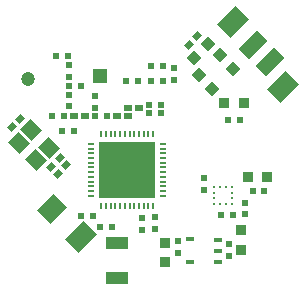
<source format=gtp>
G04 Layer_Color=8421504*
%FSLAX25Y25*%
%MOIN*%
G70*
G01*
G75*
%ADD10P,0.05011X4X360.0*%
%ADD11R,0.02362X0.01969*%
%ADD12R,0.03543X0.03543*%
%ADD13R,0.07480X0.03937*%
%ADD14R,0.01083X0.00984*%
%ADD15R,0.00984X0.01083*%
%ADD16C,0.04724*%
%ADD17R,0.01969X0.02362*%
%ADD18R,0.02559X0.01969*%
G04:AMPARAMS|DCode=19|XSize=19.69mil|YSize=23.62mil|CornerRadius=0mil|HoleSize=0mil|Usage=FLASHONLY|Rotation=315.000|XOffset=0mil|YOffset=0mil|HoleType=Round|Shape=Rectangle|*
%AMROTATEDRECTD19*
4,1,4,-0.01531,-0.00139,0.00139,0.01531,0.01531,0.00139,-0.00139,-0.01531,-0.01531,-0.00139,0.0*
%
%ADD19ROTATEDRECTD19*%

G04:AMPARAMS|DCode=20|XSize=55.12mil|YSize=47.24mil|CornerRadius=0mil|HoleSize=0mil|Usage=FLASHONLY|Rotation=315.000|XOffset=0mil|YOffset=0mil|HoleType=Round|Shape=Rectangle|*
%AMROTATEDRECTD20*
4,1,4,-0.03619,0.00278,-0.00278,0.03619,0.03619,-0.00278,0.00278,-0.03619,-0.03619,0.00278,0.0*
%
%ADD20ROTATEDRECTD20*%

%ADD21R,0.03543X0.03543*%
G04:AMPARAMS|DCode=22|XSize=86.61mil|YSize=47.24mil|CornerRadius=0mil|HoleSize=0mil|Usage=FLASHONLY|Rotation=45.000|XOffset=0mil|YOffset=0mil|HoleType=Round|Shape=Rectangle|*
%AMROTATEDRECTD22*
4,1,4,-0.01392,-0.04733,-0.04733,-0.01392,0.01392,0.04733,0.04733,0.01392,-0.01392,-0.04733,0.0*
%
%ADD22ROTATEDRECTD22*%

G04:AMPARAMS|DCode=23|XSize=78.74mil|YSize=62.99mil|CornerRadius=0mil|HoleSize=0mil|Usage=FLASHONLY|Rotation=45.000|XOffset=0mil|YOffset=0mil|HoleType=Round|Shape=Rectangle|*
%AMROTATEDRECTD23*
4,1,4,-0.00557,-0.05011,-0.05011,-0.00557,0.00557,0.05011,0.05011,0.00557,-0.00557,-0.05011,0.0*
%
%ADD23ROTATEDRECTD23*%

G04:AMPARAMS|DCode=24|XSize=86.61mil|YSize=62.99mil|CornerRadius=0mil|HoleSize=0mil|Usage=FLASHONLY|Rotation=45.000|XOffset=0mil|YOffset=0mil|HoleType=Round|Shape=Rectangle|*
%AMROTATEDRECTD24*
4,1,4,-0.00835,-0.05289,-0.05289,-0.00835,0.00835,0.05289,0.05289,0.00835,-0.00835,-0.05289,0.0*
%
%ADD24ROTATEDRECTD24*%

%ADD25O,0.00787X0.02559*%
%ADD26O,0.02559X0.00787*%
%ADD27R,0.18504X0.18504*%
%ADD28R,0.02756X0.01575*%
%ADD29R,0.04724X0.04724*%
%ADD30P,0.05011X4X270.0*%
D10*
X76402Y81598D02*
D03*
X80998Y77002D02*
D03*
X69402Y75098D02*
D03*
X73998Y70502D02*
D03*
D11*
X87432Y36300D02*
D03*
X91369D02*
D03*
X40455Y24287D02*
D03*
X36518D02*
D03*
X80871Y28518D02*
D03*
X76934D02*
D03*
X53474Y73257D02*
D03*
X57411D02*
D03*
X49311Y73157D02*
D03*
X45374D02*
D03*
X22044Y81382D02*
D03*
X25981D02*
D03*
X30081Y71482D02*
D03*
X26144D02*
D03*
X24643Y61444D02*
D03*
X20706D02*
D03*
X38843D02*
D03*
X34906D02*
D03*
X30274Y27957D02*
D03*
X34211D02*
D03*
X23944Y56282D02*
D03*
X27881D02*
D03*
X56811Y62457D02*
D03*
X52874D02*
D03*
X52906Y65244D02*
D03*
X56843D02*
D03*
X79232Y60100D02*
D03*
X83169D02*
D03*
X57410Y78200D02*
D03*
X53473D02*
D03*
D12*
X92250Y41000D02*
D03*
X85750D02*
D03*
X84550Y65800D02*
D03*
X78050D02*
D03*
D13*
X42287Y7381D02*
D03*
X42287Y19192D02*
D03*
D14*
X74649Y33949D02*
D03*
Y35917D02*
D03*
X80555Y35917D02*
D03*
X80555Y33949D02*
D03*
D15*
X74650Y37886D02*
D03*
X76618D02*
D03*
X78587Y37886D02*
D03*
X80555Y37886D02*
D03*
X80555Y31980D02*
D03*
X78587Y31980D02*
D03*
X76618Y31980D02*
D03*
X74650D02*
D03*
D16*
X12519Y73796D02*
D03*
D17*
X61187Y77424D02*
D03*
Y73487D02*
D03*
X26112Y74514D02*
D03*
Y78451D02*
D03*
Y64614D02*
D03*
Y68551D02*
D03*
X35019Y64027D02*
D03*
Y67964D02*
D03*
X54887Y23833D02*
D03*
Y27770D02*
D03*
X71102Y36850D02*
D03*
X71102Y40787D02*
D03*
X84787Y32581D02*
D03*
Y28644D02*
D03*
X79400Y14831D02*
D03*
Y18768D02*
D03*
X62500Y15732D02*
D03*
X62500Y19669D02*
D03*
X50587Y27455D02*
D03*
Y23518D02*
D03*
D18*
X31644Y61444D02*
D03*
X27904D02*
D03*
X49644Y64244D02*
D03*
X45904D02*
D03*
X45844Y61444D02*
D03*
X42104D02*
D03*
D19*
X20282Y44581D02*
D03*
X23066Y47365D02*
D03*
X25366Y44965D02*
D03*
X22582Y42181D02*
D03*
X9966Y60565D02*
D03*
X7182Y57781D02*
D03*
X66177Y85253D02*
D03*
X68961Y88037D02*
D03*
D20*
X9412Y52582D02*
D03*
X15258Y46736D02*
D03*
X19434Y50912D02*
D03*
X13588Y56758D02*
D03*
D21*
X83700Y16850D02*
D03*
Y23350D02*
D03*
X58200Y12750D02*
D03*
X58200Y19250D02*
D03*
D22*
X93200Y79433D02*
D03*
X87700Y85200D02*
D03*
D23*
X20519Y30296D02*
D03*
D24*
X30119Y20996D02*
D03*
X97419Y70996D02*
D03*
X80819Y92696D02*
D03*
D25*
X36952Y31575D02*
D03*
X38527D02*
D03*
X40102D02*
D03*
X41676D02*
D03*
X43251D02*
D03*
X44826D02*
D03*
X46401D02*
D03*
X47976D02*
D03*
X49550D02*
D03*
X51125D02*
D03*
X52700D02*
D03*
X54275D02*
D03*
Y55394D02*
D03*
X52700D02*
D03*
X51125D02*
D03*
X49550D02*
D03*
X47976D02*
D03*
X46401D02*
D03*
X44826D02*
D03*
X43251D02*
D03*
X41676D02*
D03*
X40102D02*
D03*
X38527D02*
D03*
X36952D02*
D03*
D26*
X57523Y34823D02*
D03*
Y36397D02*
D03*
Y37972D02*
D03*
Y39547D02*
D03*
Y41122D02*
D03*
Y42697D02*
D03*
Y44271D02*
D03*
Y45846D02*
D03*
Y47421D02*
D03*
Y48996D02*
D03*
Y50571D02*
D03*
Y52145D02*
D03*
X33704D02*
D03*
Y50571D02*
D03*
Y48996D02*
D03*
Y47421D02*
D03*
Y45846D02*
D03*
Y44271D02*
D03*
Y42697D02*
D03*
Y41122D02*
D03*
Y39547D02*
D03*
Y37972D02*
D03*
Y36397D02*
D03*
Y34823D02*
D03*
D27*
X45613Y43484D02*
D03*
D28*
X75949Y12700D02*
D03*
Y16440D02*
D03*
Y20180D02*
D03*
X66500Y20377D02*
D03*
Y12700D02*
D03*
D29*
X36487Y74787D02*
D03*
D30*
X72467Y85313D02*
D03*
X67870Y80717D02*
D03*
M02*

</source>
